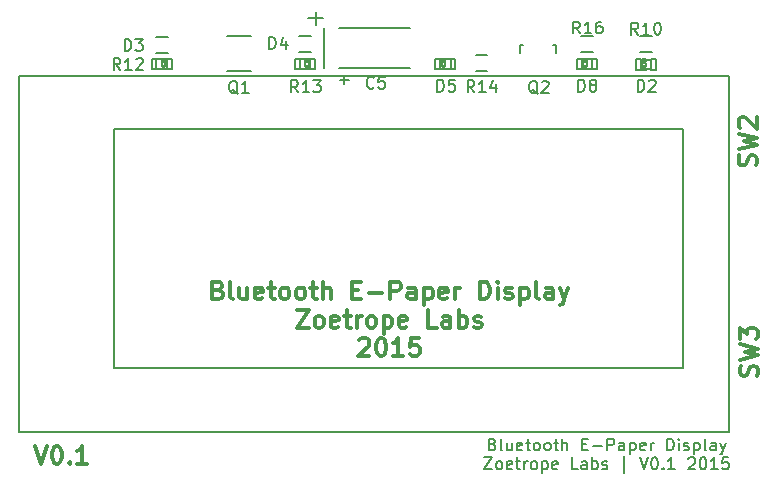
<source format=gto>
G04 #@! TF.FileFunction,Legend,Top*
%FSLAX46Y46*%
G04 Gerber Fmt 4.6, Leading zero omitted, Abs format (unit mm)*
G04 Created by KiCad (PCBNEW (2015-04-29 BZR 5630)-product) date Mon 29 Jun 2015 10:52:54 BST*
%MOMM*%
G01*
G04 APERTURE LIST*
%ADD10C,0.150000*%
%ADD11C,0.300000*%
%ADD12C,0.200000*%
%ADD13C,0.304800*%
G04 APERTURE END LIST*
D10*
D11*
X61265086Y-78324971D02*
X61765086Y-79824971D01*
X62265086Y-78324971D01*
X63050800Y-78324971D02*
X63193657Y-78324971D01*
X63336514Y-78396400D01*
X63407943Y-78467829D01*
X63479372Y-78610686D01*
X63550800Y-78896400D01*
X63550800Y-79253543D01*
X63479372Y-79539257D01*
X63407943Y-79682114D01*
X63336514Y-79753543D01*
X63193657Y-79824971D01*
X63050800Y-79824971D01*
X62907943Y-79753543D01*
X62836514Y-79682114D01*
X62765086Y-79539257D01*
X62693657Y-79253543D01*
X62693657Y-78896400D01*
X62765086Y-78610686D01*
X62836514Y-78467829D01*
X62907943Y-78396400D01*
X63050800Y-78324971D01*
X64193657Y-79682114D02*
X64265085Y-79753543D01*
X64193657Y-79824971D01*
X64122228Y-79753543D01*
X64193657Y-79682114D01*
X64193657Y-79824971D01*
X65693657Y-79824971D02*
X64836514Y-79824971D01*
X65265086Y-79824971D02*
X65265086Y-78324971D01*
X65122229Y-78539257D01*
X64979371Y-78682114D01*
X64836514Y-78753543D01*
D12*
X100010532Y-78160571D02*
X100153389Y-78208190D01*
X100201008Y-78255810D01*
X100248627Y-78351048D01*
X100248627Y-78493905D01*
X100201008Y-78589143D01*
X100153389Y-78636762D01*
X100058151Y-78684381D01*
X99677198Y-78684381D01*
X99677198Y-77684381D01*
X100010532Y-77684381D01*
X100105770Y-77732000D01*
X100153389Y-77779619D01*
X100201008Y-77874857D01*
X100201008Y-77970095D01*
X100153389Y-78065333D01*
X100105770Y-78112952D01*
X100010532Y-78160571D01*
X99677198Y-78160571D01*
X100820055Y-78684381D02*
X100724817Y-78636762D01*
X100677198Y-78541524D01*
X100677198Y-77684381D01*
X101629580Y-78017714D02*
X101629580Y-78684381D01*
X101201008Y-78017714D02*
X101201008Y-78541524D01*
X101248627Y-78636762D01*
X101343865Y-78684381D01*
X101486723Y-78684381D01*
X101581961Y-78636762D01*
X101629580Y-78589143D01*
X102486723Y-78636762D02*
X102391485Y-78684381D01*
X102201008Y-78684381D01*
X102105770Y-78636762D01*
X102058151Y-78541524D01*
X102058151Y-78160571D01*
X102105770Y-78065333D01*
X102201008Y-78017714D01*
X102391485Y-78017714D01*
X102486723Y-78065333D01*
X102534342Y-78160571D01*
X102534342Y-78255810D01*
X102058151Y-78351048D01*
X102820056Y-78017714D02*
X103201008Y-78017714D01*
X102962913Y-77684381D02*
X102962913Y-78541524D01*
X103010532Y-78636762D01*
X103105770Y-78684381D01*
X103201008Y-78684381D01*
X103677199Y-78684381D02*
X103581961Y-78636762D01*
X103534342Y-78589143D01*
X103486723Y-78493905D01*
X103486723Y-78208190D01*
X103534342Y-78112952D01*
X103581961Y-78065333D01*
X103677199Y-78017714D01*
X103820057Y-78017714D01*
X103915295Y-78065333D01*
X103962914Y-78112952D01*
X104010533Y-78208190D01*
X104010533Y-78493905D01*
X103962914Y-78589143D01*
X103915295Y-78636762D01*
X103820057Y-78684381D01*
X103677199Y-78684381D01*
X104581961Y-78684381D02*
X104486723Y-78636762D01*
X104439104Y-78589143D01*
X104391485Y-78493905D01*
X104391485Y-78208190D01*
X104439104Y-78112952D01*
X104486723Y-78065333D01*
X104581961Y-78017714D01*
X104724819Y-78017714D01*
X104820057Y-78065333D01*
X104867676Y-78112952D01*
X104915295Y-78208190D01*
X104915295Y-78493905D01*
X104867676Y-78589143D01*
X104820057Y-78636762D01*
X104724819Y-78684381D01*
X104581961Y-78684381D01*
X105201009Y-78017714D02*
X105581961Y-78017714D01*
X105343866Y-77684381D02*
X105343866Y-78541524D01*
X105391485Y-78636762D01*
X105486723Y-78684381D01*
X105581961Y-78684381D01*
X105915295Y-78684381D02*
X105915295Y-77684381D01*
X106343867Y-78684381D02*
X106343867Y-78160571D01*
X106296248Y-78065333D01*
X106201010Y-78017714D01*
X106058152Y-78017714D01*
X105962914Y-78065333D01*
X105915295Y-78112952D01*
X107581962Y-78160571D02*
X107915296Y-78160571D01*
X108058153Y-78684381D02*
X107581962Y-78684381D01*
X107581962Y-77684381D01*
X108058153Y-77684381D01*
X108486724Y-78303429D02*
X109248629Y-78303429D01*
X109724819Y-78684381D02*
X109724819Y-77684381D01*
X110105772Y-77684381D01*
X110201010Y-77732000D01*
X110248629Y-77779619D01*
X110296248Y-77874857D01*
X110296248Y-78017714D01*
X110248629Y-78112952D01*
X110201010Y-78160571D01*
X110105772Y-78208190D01*
X109724819Y-78208190D01*
X111153391Y-78684381D02*
X111153391Y-78160571D01*
X111105772Y-78065333D01*
X111010534Y-78017714D01*
X110820057Y-78017714D01*
X110724819Y-78065333D01*
X111153391Y-78636762D02*
X111058153Y-78684381D01*
X110820057Y-78684381D01*
X110724819Y-78636762D01*
X110677200Y-78541524D01*
X110677200Y-78446286D01*
X110724819Y-78351048D01*
X110820057Y-78303429D01*
X111058153Y-78303429D01*
X111153391Y-78255810D01*
X111629581Y-78017714D02*
X111629581Y-79017714D01*
X111629581Y-78065333D02*
X111724819Y-78017714D01*
X111915296Y-78017714D01*
X112010534Y-78065333D01*
X112058153Y-78112952D01*
X112105772Y-78208190D01*
X112105772Y-78493905D01*
X112058153Y-78589143D01*
X112010534Y-78636762D01*
X111915296Y-78684381D01*
X111724819Y-78684381D01*
X111629581Y-78636762D01*
X112915296Y-78636762D02*
X112820058Y-78684381D01*
X112629581Y-78684381D01*
X112534343Y-78636762D01*
X112486724Y-78541524D01*
X112486724Y-78160571D01*
X112534343Y-78065333D01*
X112629581Y-78017714D01*
X112820058Y-78017714D01*
X112915296Y-78065333D01*
X112962915Y-78160571D01*
X112962915Y-78255810D01*
X112486724Y-78351048D01*
X113391486Y-78684381D02*
X113391486Y-78017714D01*
X113391486Y-78208190D02*
X113439105Y-78112952D01*
X113486724Y-78065333D01*
X113581962Y-78017714D01*
X113677201Y-78017714D01*
X114772439Y-78684381D02*
X114772439Y-77684381D01*
X115010534Y-77684381D01*
X115153392Y-77732000D01*
X115248630Y-77827238D01*
X115296249Y-77922476D01*
X115343868Y-78112952D01*
X115343868Y-78255810D01*
X115296249Y-78446286D01*
X115248630Y-78541524D01*
X115153392Y-78636762D01*
X115010534Y-78684381D01*
X114772439Y-78684381D01*
X115772439Y-78684381D02*
X115772439Y-78017714D01*
X115772439Y-77684381D02*
X115724820Y-77732000D01*
X115772439Y-77779619D01*
X115820058Y-77732000D01*
X115772439Y-77684381D01*
X115772439Y-77779619D01*
X116201010Y-78636762D02*
X116296248Y-78684381D01*
X116486724Y-78684381D01*
X116581963Y-78636762D01*
X116629582Y-78541524D01*
X116629582Y-78493905D01*
X116581963Y-78398667D01*
X116486724Y-78351048D01*
X116343867Y-78351048D01*
X116248629Y-78303429D01*
X116201010Y-78208190D01*
X116201010Y-78160571D01*
X116248629Y-78065333D01*
X116343867Y-78017714D01*
X116486724Y-78017714D01*
X116581963Y-78065333D01*
X117058153Y-78017714D02*
X117058153Y-79017714D01*
X117058153Y-78065333D02*
X117153391Y-78017714D01*
X117343868Y-78017714D01*
X117439106Y-78065333D01*
X117486725Y-78112952D01*
X117534344Y-78208190D01*
X117534344Y-78493905D01*
X117486725Y-78589143D01*
X117439106Y-78636762D01*
X117343868Y-78684381D01*
X117153391Y-78684381D01*
X117058153Y-78636762D01*
X118105772Y-78684381D02*
X118010534Y-78636762D01*
X117962915Y-78541524D01*
X117962915Y-77684381D01*
X118915297Y-78684381D02*
X118915297Y-78160571D01*
X118867678Y-78065333D01*
X118772440Y-78017714D01*
X118581963Y-78017714D01*
X118486725Y-78065333D01*
X118915297Y-78636762D02*
X118820059Y-78684381D01*
X118581963Y-78684381D01*
X118486725Y-78636762D01*
X118439106Y-78541524D01*
X118439106Y-78446286D01*
X118486725Y-78351048D01*
X118581963Y-78303429D01*
X118820059Y-78303429D01*
X118915297Y-78255810D01*
X119296249Y-78017714D02*
X119534344Y-78684381D01*
X119772440Y-78017714D02*
X119534344Y-78684381D01*
X119439106Y-78922476D01*
X119391487Y-78970095D01*
X119296249Y-79017714D01*
X99296246Y-79284381D02*
X99962913Y-79284381D01*
X99296246Y-80284381D01*
X99962913Y-80284381D01*
X100486722Y-80284381D02*
X100391484Y-80236762D01*
X100343865Y-80189143D01*
X100296246Y-80093905D01*
X100296246Y-79808190D01*
X100343865Y-79712952D01*
X100391484Y-79665333D01*
X100486722Y-79617714D01*
X100629580Y-79617714D01*
X100724818Y-79665333D01*
X100772437Y-79712952D01*
X100820056Y-79808190D01*
X100820056Y-80093905D01*
X100772437Y-80189143D01*
X100724818Y-80236762D01*
X100629580Y-80284381D01*
X100486722Y-80284381D01*
X101629580Y-80236762D02*
X101534342Y-80284381D01*
X101343865Y-80284381D01*
X101248627Y-80236762D01*
X101201008Y-80141524D01*
X101201008Y-79760571D01*
X101248627Y-79665333D01*
X101343865Y-79617714D01*
X101534342Y-79617714D01*
X101629580Y-79665333D01*
X101677199Y-79760571D01*
X101677199Y-79855810D01*
X101201008Y-79951048D01*
X101962913Y-79617714D02*
X102343865Y-79617714D01*
X102105770Y-79284381D02*
X102105770Y-80141524D01*
X102153389Y-80236762D01*
X102248627Y-80284381D01*
X102343865Y-80284381D01*
X102677199Y-80284381D02*
X102677199Y-79617714D01*
X102677199Y-79808190D02*
X102724818Y-79712952D01*
X102772437Y-79665333D01*
X102867675Y-79617714D01*
X102962914Y-79617714D01*
X103439104Y-80284381D02*
X103343866Y-80236762D01*
X103296247Y-80189143D01*
X103248628Y-80093905D01*
X103248628Y-79808190D01*
X103296247Y-79712952D01*
X103343866Y-79665333D01*
X103439104Y-79617714D01*
X103581962Y-79617714D01*
X103677200Y-79665333D01*
X103724819Y-79712952D01*
X103772438Y-79808190D01*
X103772438Y-80093905D01*
X103724819Y-80189143D01*
X103677200Y-80236762D01*
X103581962Y-80284381D01*
X103439104Y-80284381D01*
X104201009Y-79617714D02*
X104201009Y-80617714D01*
X104201009Y-79665333D02*
X104296247Y-79617714D01*
X104486724Y-79617714D01*
X104581962Y-79665333D01*
X104629581Y-79712952D01*
X104677200Y-79808190D01*
X104677200Y-80093905D01*
X104629581Y-80189143D01*
X104581962Y-80236762D01*
X104486724Y-80284381D01*
X104296247Y-80284381D01*
X104201009Y-80236762D01*
X105486724Y-80236762D02*
X105391486Y-80284381D01*
X105201009Y-80284381D01*
X105105771Y-80236762D01*
X105058152Y-80141524D01*
X105058152Y-79760571D01*
X105105771Y-79665333D01*
X105201009Y-79617714D01*
X105391486Y-79617714D01*
X105486724Y-79665333D01*
X105534343Y-79760571D01*
X105534343Y-79855810D01*
X105058152Y-79951048D01*
X107201010Y-80284381D02*
X106724819Y-80284381D01*
X106724819Y-79284381D01*
X107962915Y-80284381D02*
X107962915Y-79760571D01*
X107915296Y-79665333D01*
X107820058Y-79617714D01*
X107629581Y-79617714D01*
X107534343Y-79665333D01*
X107962915Y-80236762D02*
X107867677Y-80284381D01*
X107629581Y-80284381D01*
X107534343Y-80236762D01*
X107486724Y-80141524D01*
X107486724Y-80046286D01*
X107534343Y-79951048D01*
X107629581Y-79903429D01*
X107867677Y-79903429D01*
X107962915Y-79855810D01*
X108439105Y-80284381D02*
X108439105Y-79284381D01*
X108439105Y-79665333D02*
X108534343Y-79617714D01*
X108724820Y-79617714D01*
X108820058Y-79665333D01*
X108867677Y-79712952D01*
X108915296Y-79808190D01*
X108915296Y-80093905D01*
X108867677Y-80189143D01*
X108820058Y-80236762D01*
X108724820Y-80284381D01*
X108534343Y-80284381D01*
X108439105Y-80236762D01*
X109296248Y-80236762D02*
X109391486Y-80284381D01*
X109581962Y-80284381D01*
X109677201Y-80236762D01*
X109724820Y-80141524D01*
X109724820Y-80093905D01*
X109677201Y-79998667D01*
X109581962Y-79951048D01*
X109439105Y-79951048D01*
X109343867Y-79903429D01*
X109296248Y-79808190D01*
X109296248Y-79760571D01*
X109343867Y-79665333D01*
X109439105Y-79617714D01*
X109581962Y-79617714D01*
X109677201Y-79665333D01*
X111153391Y-80617714D02*
X111153391Y-79189143D01*
X112486725Y-79284381D02*
X112820058Y-80284381D01*
X113153392Y-79284381D01*
X113677201Y-79284381D02*
X113772440Y-79284381D01*
X113867678Y-79332000D01*
X113915297Y-79379619D01*
X113962916Y-79474857D01*
X114010535Y-79665333D01*
X114010535Y-79903429D01*
X113962916Y-80093905D01*
X113915297Y-80189143D01*
X113867678Y-80236762D01*
X113772440Y-80284381D01*
X113677201Y-80284381D01*
X113581963Y-80236762D01*
X113534344Y-80189143D01*
X113486725Y-80093905D01*
X113439106Y-79903429D01*
X113439106Y-79665333D01*
X113486725Y-79474857D01*
X113534344Y-79379619D01*
X113581963Y-79332000D01*
X113677201Y-79284381D01*
X114439106Y-80189143D02*
X114486725Y-80236762D01*
X114439106Y-80284381D01*
X114391487Y-80236762D01*
X114439106Y-80189143D01*
X114439106Y-80284381D01*
X115439106Y-80284381D02*
X114867677Y-80284381D01*
X115153391Y-80284381D02*
X115153391Y-79284381D01*
X115058153Y-79427238D01*
X114962915Y-79522476D01*
X114867677Y-79570095D01*
X116581963Y-79379619D02*
X116629582Y-79332000D01*
X116724820Y-79284381D01*
X116962916Y-79284381D01*
X117058154Y-79332000D01*
X117105773Y-79379619D01*
X117153392Y-79474857D01*
X117153392Y-79570095D01*
X117105773Y-79712952D01*
X116534344Y-80284381D01*
X117153392Y-80284381D01*
X117772439Y-79284381D02*
X117867678Y-79284381D01*
X117962916Y-79332000D01*
X118010535Y-79379619D01*
X118058154Y-79474857D01*
X118105773Y-79665333D01*
X118105773Y-79903429D01*
X118058154Y-80093905D01*
X118010535Y-80189143D01*
X117962916Y-80236762D01*
X117867678Y-80284381D01*
X117772439Y-80284381D01*
X117677201Y-80236762D01*
X117629582Y-80189143D01*
X117581963Y-80093905D01*
X117534344Y-79903429D01*
X117534344Y-79665333D01*
X117581963Y-79474857D01*
X117629582Y-79379619D01*
X117677201Y-79332000D01*
X117772439Y-79284381D01*
X119058154Y-80284381D02*
X118486725Y-80284381D01*
X118772439Y-80284381D02*
X118772439Y-79284381D01*
X118677201Y-79427238D01*
X118581963Y-79522476D01*
X118486725Y-79570095D01*
X119962916Y-79284381D02*
X119486725Y-79284381D01*
X119439106Y-79760571D01*
X119486725Y-79712952D01*
X119581963Y-79665333D01*
X119820059Y-79665333D01*
X119915297Y-79712952D01*
X119962916Y-79760571D01*
X120010535Y-79855810D01*
X120010535Y-80093905D01*
X119962916Y-80189143D01*
X119915297Y-80236762D01*
X119820059Y-80284381D01*
X119581963Y-80284381D01*
X119486725Y-80236762D01*
X119439106Y-80189143D01*
D11*
X76787600Y-65107657D02*
X77001886Y-65179086D01*
X77073314Y-65250514D01*
X77144743Y-65393371D01*
X77144743Y-65607657D01*
X77073314Y-65750514D01*
X77001886Y-65821943D01*
X76859028Y-65893371D01*
X76287600Y-65893371D01*
X76287600Y-64393371D01*
X76787600Y-64393371D01*
X76930457Y-64464800D01*
X77001886Y-64536229D01*
X77073314Y-64679086D01*
X77073314Y-64821943D01*
X77001886Y-64964800D01*
X76930457Y-65036229D01*
X76787600Y-65107657D01*
X76287600Y-65107657D01*
X78001886Y-65893371D02*
X77859028Y-65821943D01*
X77787600Y-65679086D01*
X77787600Y-64393371D01*
X79216171Y-64893371D02*
X79216171Y-65893371D01*
X78573314Y-64893371D02*
X78573314Y-65679086D01*
X78644742Y-65821943D01*
X78787600Y-65893371D01*
X79001885Y-65893371D01*
X79144742Y-65821943D01*
X79216171Y-65750514D01*
X80501885Y-65821943D02*
X80359028Y-65893371D01*
X80073314Y-65893371D01*
X79930457Y-65821943D01*
X79859028Y-65679086D01*
X79859028Y-65107657D01*
X79930457Y-64964800D01*
X80073314Y-64893371D01*
X80359028Y-64893371D01*
X80501885Y-64964800D01*
X80573314Y-65107657D01*
X80573314Y-65250514D01*
X79859028Y-65393371D01*
X81001885Y-64893371D02*
X81573314Y-64893371D01*
X81216171Y-64393371D02*
X81216171Y-65679086D01*
X81287599Y-65821943D01*
X81430457Y-65893371D01*
X81573314Y-65893371D01*
X82287600Y-65893371D02*
X82144742Y-65821943D01*
X82073314Y-65750514D01*
X82001885Y-65607657D01*
X82001885Y-65179086D01*
X82073314Y-65036229D01*
X82144742Y-64964800D01*
X82287600Y-64893371D01*
X82501885Y-64893371D01*
X82644742Y-64964800D01*
X82716171Y-65036229D01*
X82787600Y-65179086D01*
X82787600Y-65607657D01*
X82716171Y-65750514D01*
X82644742Y-65821943D01*
X82501885Y-65893371D01*
X82287600Y-65893371D01*
X83644743Y-65893371D02*
X83501885Y-65821943D01*
X83430457Y-65750514D01*
X83359028Y-65607657D01*
X83359028Y-65179086D01*
X83430457Y-65036229D01*
X83501885Y-64964800D01*
X83644743Y-64893371D01*
X83859028Y-64893371D01*
X84001885Y-64964800D01*
X84073314Y-65036229D01*
X84144743Y-65179086D01*
X84144743Y-65607657D01*
X84073314Y-65750514D01*
X84001885Y-65821943D01*
X83859028Y-65893371D01*
X83644743Y-65893371D01*
X84573314Y-64893371D02*
X85144743Y-64893371D01*
X84787600Y-64393371D02*
X84787600Y-65679086D01*
X84859028Y-65821943D01*
X85001886Y-65893371D01*
X85144743Y-65893371D01*
X85644743Y-65893371D02*
X85644743Y-64393371D01*
X86287600Y-65893371D02*
X86287600Y-65107657D01*
X86216171Y-64964800D01*
X86073314Y-64893371D01*
X85859029Y-64893371D01*
X85716171Y-64964800D01*
X85644743Y-65036229D01*
X88144743Y-65107657D02*
X88644743Y-65107657D01*
X88859029Y-65893371D02*
X88144743Y-65893371D01*
X88144743Y-64393371D01*
X88859029Y-64393371D01*
X89501886Y-65321943D02*
X90644743Y-65321943D01*
X91359029Y-65893371D02*
X91359029Y-64393371D01*
X91930457Y-64393371D01*
X92073315Y-64464800D01*
X92144743Y-64536229D01*
X92216172Y-64679086D01*
X92216172Y-64893371D01*
X92144743Y-65036229D01*
X92073315Y-65107657D01*
X91930457Y-65179086D01*
X91359029Y-65179086D01*
X93501886Y-65893371D02*
X93501886Y-65107657D01*
X93430457Y-64964800D01*
X93287600Y-64893371D01*
X93001886Y-64893371D01*
X92859029Y-64964800D01*
X93501886Y-65821943D02*
X93359029Y-65893371D01*
X93001886Y-65893371D01*
X92859029Y-65821943D01*
X92787600Y-65679086D01*
X92787600Y-65536229D01*
X92859029Y-65393371D01*
X93001886Y-65321943D01*
X93359029Y-65321943D01*
X93501886Y-65250514D01*
X94216172Y-64893371D02*
X94216172Y-66393371D01*
X94216172Y-64964800D02*
X94359029Y-64893371D01*
X94644743Y-64893371D01*
X94787600Y-64964800D01*
X94859029Y-65036229D01*
X94930458Y-65179086D01*
X94930458Y-65607657D01*
X94859029Y-65750514D01*
X94787600Y-65821943D01*
X94644743Y-65893371D01*
X94359029Y-65893371D01*
X94216172Y-65821943D01*
X96144743Y-65821943D02*
X96001886Y-65893371D01*
X95716172Y-65893371D01*
X95573315Y-65821943D01*
X95501886Y-65679086D01*
X95501886Y-65107657D01*
X95573315Y-64964800D01*
X95716172Y-64893371D01*
X96001886Y-64893371D01*
X96144743Y-64964800D01*
X96216172Y-65107657D01*
X96216172Y-65250514D01*
X95501886Y-65393371D01*
X96859029Y-65893371D02*
X96859029Y-64893371D01*
X96859029Y-65179086D02*
X96930457Y-65036229D01*
X97001886Y-64964800D01*
X97144743Y-64893371D01*
X97287600Y-64893371D01*
X98930457Y-65893371D02*
X98930457Y-64393371D01*
X99287600Y-64393371D01*
X99501885Y-64464800D01*
X99644743Y-64607657D01*
X99716171Y-64750514D01*
X99787600Y-65036229D01*
X99787600Y-65250514D01*
X99716171Y-65536229D01*
X99644743Y-65679086D01*
X99501885Y-65821943D01*
X99287600Y-65893371D01*
X98930457Y-65893371D01*
X100430457Y-65893371D02*
X100430457Y-64893371D01*
X100430457Y-64393371D02*
X100359028Y-64464800D01*
X100430457Y-64536229D01*
X100501885Y-64464800D01*
X100430457Y-64393371D01*
X100430457Y-64536229D01*
X101073314Y-65821943D02*
X101216171Y-65893371D01*
X101501886Y-65893371D01*
X101644743Y-65821943D01*
X101716171Y-65679086D01*
X101716171Y-65607657D01*
X101644743Y-65464800D01*
X101501886Y-65393371D01*
X101287600Y-65393371D01*
X101144743Y-65321943D01*
X101073314Y-65179086D01*
X101073314Y-65107657D01*
X101144743Y-64964800D01*
X101287600Y-64893371D01*
X101501886Y-64893371D01*
X101644743Y-64964800D01*
X102359029Y-64893371D02*
X102359029Y-66393371D01*
X102359029Y-64964800D02*
X102501886Y-64893371D01*
X102787600Y-64893371D01*
X102930457Y-64964800D01*
X103001886Y-65036229D01*
X103073315Y-65179086D01*
X103073315Y-65607657D01*
X103001886Y-65750514D01*
X102930457Y-65821943D01*
X102787600Y-65893371D01*
X102501886Y-65893371D01*
X102359029Y-65821943D01*
X103930458Y-65893371D02*
X103787600Y-65821943D01*
X103716172Y-65679086D01*
X103716172Y-64393371D01*
X105144743Y-65893371D02*
X105144743Y-65107657D01*
X105073314Y-64964800D01*
X104930457Y-64893371D01*
X104644743Y-64893371D01*
X104501886Y-64964800D01*
X105144743Y-65821943D02*
X105001886Y-65893371D01*
X104644743Y-65893371D01*
X104501886Y-65821943D01*
X104430457Y-65679086D01*
X104430457Y-65536229D01*
X104501886Y-65393371D01*
X104644743Y-65321943D01*
X105001886Y-65321943D01*
X105144743Y-65250514D01*
X105716172Y-64893371D02*
X106073315Y-65893371D01*
X106430457Y-64893371D02*
X106073315Y-65893371D01*
X105930457Y-66250514D01*
X105859029Y-66321943D01*
X105716172Y-66393371D01*
X83430458Y-66793371D02*
X84430458Y-66793371D01*
X83430458Y-68293371D01*
X84430458Y-68293371D01*
X85216172Y-68293371D02*
X85073314Y-68221943D01*
X85001886Y-68150514D01*
X84930457Y-68007657D01*
X84930457Y-67579086D01*
X85001886Y-67436229D01*
X85073314Y-67364800D01*
X85216172Y-67293371D01*
X85430457Y-67293371D01*
X85573314Y-67364800D01*
X85644743Y-67436229D01*
X85716172Y-67579086D01*
X85716172Y-68007657D01*
X85644743Y-68150514D01*
X85573314Y-68221943D01*
X85430457Y-68293371D01*
X85216172Y-68293371D01*
X86930457Y-68221943D02*
X86787600Y-68293371D01*
X86501886Y-68293371D01*
X86359029Y-68221943D01*
X86287600Y-68079086D01*
X86287600Y-67507657D01*
X86359029Y-67364800D01*
X86501886Y-67293371D01*
X86787600Y-67293371D01*
X86930457Y-67364800D01*
X87001886Y-67507657D01*
X87001886Y-67650514D01*
X86287600Y-67793371D01*
X87430457Y-67293371D02*
X88001886Y-67293371D01*
X87644743Y-66793371D02*
X87644743Y-68079086D01*
X87716171Y-68221943D01*
X87859029Y-68293371D01*
X88001886Y-68293371D01*
X88501886Y-68293371D02*
X88501886Y-67293371D01*
X88501886Y-67579086D02*
X88573314Y-67436229D01*
X88644743Y-67364800D01*
X88787600Y-67293371D01*
X88930457Y-67293371D01*
X89644743Y-68293371D02*
X89501885Y-68221943D01*
X89430457Y-68150514D01*
X89359028Y-68007657D01*
X89359028Y-67579086D01*
X89430457Y-67436229D01*
X89501885Y-67364800D01*
X89644743Y-67293371D01*
X89859028Y-67293371D01*
X90001885Y-67364800D01*
X90073314Y-67436229D01*
X90144743Y-67579086D01*
X90144743Y-68007657D01*
X90073314Y-68150514D01*
X90001885Y-68221943D01*
X89859028Y-68293371D01*
X89644743Y-68293371D01*
X90787600Y-67293371D02*
X90787600Y-68793371D01*
X90787600Y-67364800D02*
X90930457Y-67293371D01*
X91216171Y-67293371D01*
X91359028Y-67364800D01*
X91430457Y-67436229D01*
X91501886Y-67579086D01*
X91501886Y-68007657D01*
X91430457Y-68150514D01*
X91359028Y-68221943D01*
X91216171Y-68293371D01*
X90930457Y-68293371D01*
X90787600Y-68221943D01*
X92716171Y-68221943D02*
X92573314Y-68293371D01*
X92287600Y-68293371D01*
X92144743Y-68221943D01*
X92073314Y-68079086D01*
X92073314Y-67507657D01*
X92144743Y-67364800D01*
X92287600Y-67293371D01*
X92573314Y-67293371D01*
X92716171Y-67364800D01*
X92787600Y-67507657D01*
X92787600Y-67650514D01*
X92073314Y-67793371D01*
X95287600Y-68293371D02*
X94573314Y-68293371D01*
X94573314Y-66793371D01*
X96430457Y-68293371D02*
X96430457Y-67507657D01*
X96359028Y-67364800D01*
X96216171Y-67293371D01*
X95930457Y-67293371D01*
X95787600Y-67364800D01*
X96430457Y-68221943D02*
X96287600Y-68293371D01*
X95930457Y-68293371D01*
X95787600Y-68221943D01*
X95716171Y-68079086D01*
X95716171Y-67936229D01*
X95787600Y-67793371D01*
X95930457Y-67721943D01*
X96287600Y-67721943D01*
X96430457Y-67650514D01*
X97144743Y-68293371D02*
X97144743Y-66793371D01*
X97144743Y-67364800D02*
X97287600Y-67293371D01*
X97573314Y-67293371D01*
X97716171Y-67364800D01*
X97787600Y-67436229D01*
X97859029Y-67579086D01*
X97859029Y-68007657D01*
X97787600Y-68150514D01*
X97716171Y-68221943D01*
X97573314Y-68293371D01*
X97287600Y-68293371D01*
X97144743Y-68221943D01*
X98430457Y-68221943D02*
X98573314Y-68293371D01*
X98859029Y-68293371D01*
X99001886Y-68221943D01*
X99073314Y-68079086D01*
X99073314Y-68007657D01*
X99001886Y-67864800D01*
X98859029Y-67793371D01*
X98644743Y-67793371D01*
X98501886Y-67721943D01*
X98430457Y-67579086D01*
X98430457Y-67507657D01*
X98501886Y-67364800D01*
X98644743Y-67293371D01*
X98859029Y-67293371D01*
X99001886Y-67364800D01*
X88716172Y-69336229D02*
X88787601Y-69264800D01*
X88930458Y-69193371D01*
X89287601Y-69193371D01*
X89430458Y-69264800D01*
X89501887Y-69336229D01*
X89573315Y-69479086D01*
X89573315Y-69621943D01*
X89501887Y-69836229D01*
X88644744Y-70693371D01*
X89573315Y-70693371D01*
X90501886Y-69193371D02*
X90644743Y-69193371D01*
X90787600Y-69264800D01*
X90859029Y-69336229D01*
X90930458Y-69479086D01*
X91001886Y-69764800D01*
X91001886Y-70121943D01*
X90930458Y-70407657D01*
X90859029Y-70550514D01*
X90787600Y-70621943D01*
X90644743Y-70693371D01*
X90501886Y-70693371D01*
X90359029Y-70621943D01*
X90287600Y-70550514D01*
X90216172Y-70407657D01*
X90144743Y-70121943D01*
X90144743Y-69764800D01*
X90216172Y-69479086D01*
X90287600Y-69336229D01*
X90359029Y-69264800D01*
X90501886Y-69193371D01*
X92430457Y-70693371D02*
X91573314Y-70693371D01*
X92001886Y-70693371D02*
X92001886Y-69193371D01*
X91859029Y-69407657D01*
X91716171Y-69550514D01*
X91573314Y-69621943D01*
X93787600Y-69193371D02*
X93073314Y-69193371D01*
X93001885Y-69907657D01*
X93073314Y-69836229D01*
X93216171Y-69764800D01*
X93573314Y-69764800D01*
X93716171Y-69836229D01*
X93787600Y-69907657D01*
X93859028Y-70050514D01*
X93859028Y-70407657D01*
X93787600Y-70550514D01*
X93716171Y-70621943D01*
X93573314Y-70693371D01*
X93216171Y-70693371D01*
X93073314Y-70621943D01*
X93001885Y-70550514D01*
D10*
X116128800Y-51511200D02*
X67970400Y-51511200D01*
X116128800Y-71678800D02*
X116128800Y-51511200D01*
X67970400Y-71678800D02*
X116128800Y-71678800D01*
X67970400Y-51511200D02*
X67970400Y-71678800D01*
X59944000Y-77165200D02*
X59944000Y-46990000D01*
X119989600Y-77165200D02*
X59944000Y-77165200D01*
X119989600Y-46990000D02*
X119989600Y-77165200D01*
X59944000Y-46990000D02*
X119989600Y-46990000D01*
X85717380Y-42903140D02*
X85717380Y-46301660D01*
X93017340Y-46301660D02*
X87017860Y-46301660D01*
X93017340Y-42903140D02*
X87017860Y-42903140D01*
X85016340Y-41549320D02*
X85016340Y-42649140D01*
X84416900Y-42049700D02*
X85615780Y-42049700D01*
X112529620Y-46474380D02*
X112529620Y-45575220D01*
X112529620Y-45575220D02*
X112130840Y-45575220D01*
X112130840Y-46474380D02*
X112130840Y-45575220D01*
X112529620Y-46474380D02*
X112130840Y-46474380D01*
X113827560Y-46474380D02*
X113827560Y-45575220D01*
X113827560Y-45575220D02*
X113428780Y-45575220D01*
X113428780Y-46474380D02*
X113428780Y-45575220D01*
X113827560Y-46474380D02*
X113428780Y-46474380D01*
X112979200Y-46474380D02*
X112979200Y-46324520D01*
X112979200Y-46324520D02*
X112679480Y-46324520D01*
X112679480Y-46474380D02*
X112679480Y-46324520D01*
X112979200Y-46474380D02*
X112679480Y-46474380D01*
X112979200Y-45725080D02*
X112979200Y-45575220D01*
X112979200Y-45575220D02*
X112679480Y-45575220D01*
X112679480Y-45725080D02*
X112679480Y-45575220D01*
X112979200Y-45725080D02*
X112679480Y-45725080D01*
X112979200Y-46174660D02*
X112979200Y-45874940D01*
X112979200Y-45874940D02*
X112679480Y-45874940D01*
X112679480Y-46174660D02*
X112679480Y-45874940D01*
X112979200Y-46174660D02*
X112679480Y-46174660D01*
X112529620Y-46423580D02*
X113428780Y-46423580D01*
X112529620Y-45626020D02*
X113428780Y-45626020D01*
X72433180Y-45524420D02*
X72433180Y-46423580D01*
X72433180Y-46423580D02*
X72831960Y-46423580D01*
X72831960Y-45524420D02*
X72831960Y-46423580D01*
X72433180Y-45524420D02*
X72831960Y-45524420D01*
X71135240Y-45524420D02*
X71135240Y-46423580D01*
X71135240Y-46423580D02*
X71534020Y-46423580D01*
X71534020Y-45524420D02*
X71534020Y-46423580D01*
X71135240Y-45524420D02*
X71534020Y-45524420D01*
X71983600Y-45524420D02*
X71983600Y-45674280D01*
X71983600Y-45674280D02*
X72283320Y-45674280D01*
X72283320Y-45524420D02*
X72283320Y-45674280D01*
X71983600Y-45524420D02*
X72283320Y-45524420D01*
X71983600Y-46273720D02*
X71983600Y-46423580D01*
X71983600Y-46423580D02*
X72283320Y-46423580D01*
X72283320Y-46273720D02*
X72283320Y-46423580D01*
X71983600Y-46273720D02*
X72283320Y-46273720D01*
X71983600Y-45824140D02*
X71983600Y-46123860D01*
X71983600Y-46123860D02*
X72283320Y-46123860D01*
X72283320Y-45824140D02*
X72283320Y-46123860D01*
X71983600Y-45824140D02*
X72283320Y-45824140D01*
X72433180Y-45575220D02*
X71534020Y-45575220D01*
X72433180Y-46372780D02*
X71534020Y-46372780D01*
X84574380Y-45524420D02*
X84574380Y-46423580D01*
X84574380Y-46423580D02*
X84973160Y-46423580D01*
X84973160Y-45524420D02*
X84973160Y-46423580D01*
X84574380Y-45524420D02*
X84973160Y-45524420D01*
X83276440Y-45524420D02*
X83276440Y-46423580D01*
X83276440Y-46423580D02*
X83675220Y-46423580D01*
X83675220Y-45524420D02*
X83675220Y-46423580D01*
X83276440Y-45524420D02*
X83675220Y-45524420D01*
X84124800Y-45524420D02*
X84124800Y-45674280D01*
X84124800Y-45674280D02*
X84424520Y-45674280D01*
X84424520Y-45524420D02*
X84424520Y-45674280D01*
X84124800Y-45524420D02*
X84424520Y-45524420D01*
X84124800Y-46273720D02*
X84124800Y-46423580D01*
X84124800Y-46423580D02*
X84424520Y-46423580D01*
X84424520Y-46273720D02*
X84424520Y-46423580D01*
X84124800Y-46273720D02*
X84424520Y-46273720D01*
X84124800Y-45824140D02*
X84124800Y-46123860D01*
X84124800Y-46123860D02*
X84424520Y-46123860D01*
X84424520Y-45824140D02*
X84424520Y-46123860D01*
X84124800Y-45824140D02*
X84424520Y-45824140D01*
X84574380Y-45575220D02*
X83675220Y-45575220D01*
X84574380Y-46372780D02*
X83675220Y-46372780D01*
X95562420Y-46423580D02*
X95562420Y-45524420D01*
X95562420Y-45524420D02*
X95163640Y-45524420D01*
X95163640Y-46423580D02*
X95163640Y-45524420D01*
X95562420Y-46423580D02*
X95163640Y-46423580D01*
X96860360Y-46423580D02*
X96860360Y-45524420D01*
X96860360Y-45524420D02*
X96461580Y-45524420D01*
X96461580Y-46423580D02*
X96461580Y-45524420D01*
X96860360Y-46423580D02*
X96461580Y-46423580D01*
X96012000Y-46423580D02*
X96012000Y-46273720D01*
X96012000Y-46273720D02*
X95712280Y-46273720D01*
X95712280Y-46423580D02*
X95712280Y-46273720D01*
X96012000Y-46423580D02*
X95712280Y-46423580D01*
X96012000Y-45674280D02*
X96012000Y-45524420D01*
X96012000Y-45524420D02*
X95712280Y-45524420D01*
X95712280Y-45674280D02*
X95712280Y-45524420D01*
X96012000Y-45674280D02*
X95712280Y-45674280D01*
X96012000Y-46123860D02*
X96012000Y-45824140D01*
X96012000Y-45824140D02*
X95712280Y-45824140D01*
X95712280Y-46123860D02*
X95712280Y-45824140D01*
X96012000Y-46123860D02*
X95712280Y-46123860D01*
X95562420Y-46372780D02*
X96461580Y-46372780D01*
X95562420Y-45575220D02*
X96461580Y-45575220D01*
X112479200Y-43622600D02*
X113479200Y-43622600D01*
X113479200Y-44972600D02*
X112479200Y-44972600D01*
X71483600Y-43673400D02*
X72483600Y-43673400D01*
X72483600Y-45023400D02*
X71483600Y-45023400D01*
X83624800Y-43622600D02*
X84624800Y-43622600D01*
X84624800Y-44972600D02*
X83624800Y-44972600D01*
X98560000Y-45248200D02*
X99560000Y-45248200D01*
X99560000Y-46598200D02*
X98560000Y-46598200D01*
X107551220Y-46423580D02*
X107551220Y-45524420D01*
X107551220Y-45524420D02*
X107152440Y-45524420D01*
X107152440Y-46423580D02*
X107152440Y-45524420D01*
X107551220Y-46423580D02*
X107152440Y-46423580D01*
X108849160Y-46423580D02*
X108849160Y-45524420D01*
X108849160Y-45524420D02*
X108450380Y-45524420D01*
X108450380Y-46423580D02*
X108450380Y-45524420D01*
X108849160Y-46423580D02*
X108450380Y-46423580D01*
X108000800Y-46423580D02*
X108000800Y-46273720D01*
X108000800Y-46273720D02*
X107701080Y-46273720D01*
X107701080Y-46423580D02*
X107701080Y-46273720D01*
X108000800Y-46423580D02*
X107701080Y-46423580D01*
X108000800Y-45674280D02*
X108000800Y-45524420D01*
X108000800Y-45524420D02*
X107701080Y-45524420D01*
X107701080Y-45674280D02*
X107701080Y-45524420D01*
X108000800Y-45674280D02*
X107701080Y-45674280D01*
X108000800Y-46123860D02*
X108000800Y-45824140D01*
X108000800Y-45824140D02*
X107701080Y-45824140D01*
X107701080Y-46123860D02*
X107701080Y-45824140D01*
X108000800Y-46123860D02*
X107701080Y-46123860D01*
X107551220Y-46372780D02*
X108450380Y-46372780D01*
X107551220Y-45575220D02*
X108450380Y-45575220D01*
X79536800Y-46585400D02*
X77536800Y-46585400D01*
X77536800Y-43635400D02*
X79536800Y-43635400D01*
X105134360Y-44358560D02*
X105086100Y-44358560D01*
X102335380Y-45059600D02*
X102335380Y-44358560D01*
X102335380Y-44358560D02*
X102584300Y-44358560D01*
X105134360Y-44358560D02*
X105335020Y-44358560D01*
X105335020Y-44358560D02*
X105335020Y-45059600D01*
X108500800Y-44972600D02*
X107500800Y-44972600D01*
X107500800Y-43622600D02*
X108500800Y-43622600D01*
X89952534Y-47956743D02*
X89904915Y-48004362D01*
X89762058Y-48051981D01*
X89666820Y-48051981D01*
X89523962Y-48004362D01*
X89428724Y-47909124D01*
X89381105Y-47813886D01*
X89333486Y-47623410D01*
X89333486Y-47480552D01*
X89381105Y-47290076D01*
X89428724Y-47194838D01*
X89523962Y-47099600D01*
X89666820Y-47051981D01*
X89762058Y-47051981D01*
X89904915Y-47099600D01*
X89952534Y-47147219D01*
X90857296Y-47051981D02*
X90381105Y-47051981D01*
X90333486Y-47528171D01*
X90381105Y-47480552D01*
X90476343Y-47432933D01*
X90714439Y-47432933D01*
X90809677Y-47480552D01*
X90857296Y-47528171D01*
X90904915Y-47623410D01*
X90904915Y-47861505D01*
X90857296Y-47956743D01*
X90809677Y-48004362D01*
X90714439Y-48051981D01*
X90476343Y-48051981D01*
X90381105Y-48004362D01*
X90333486Y-47956743D01*
X87045848Y-47315429D02*
X87807753Y-47315429D01*
X87426801Y-47696381D02*
X87426801Y-46934476D01*
X112291905Y-48305981D02*
X112291905Y-47305981D01*
X112530000Y-47305981D01*
X112672858Y-47353600D01*
X112768096Y-47448838D01*
X112815715Y-47544076D01*
X112863334Y-47734552D01*
X112863334Y-47877410D01*
X112815715Y-48067886D01*
X112768096Y-48163124D01*
X112672858Y-48258362D01*
X112530000Y-48305981D01*
X112291905Y-48305981D01*
X113244286Y-47401219D02*
X113291905Y-47353600D01*
X113387143Y-47305981D01*
X113625239Y-47305981D01*
X113720477Y-47353600D01*
X113768096Y-47401219D01*
X113815715Y-47496457D01*
X113815715Y-47591695D01*
X113768096Y-47734552D01*
X113196667Y-48305981D01*
X113815715Y-48305981D01*
X68857905Y-44851581D02*
X68857905Y-43851581D01*
X69096000Y-43851581D01*
X69238858Y-43899200D01*
X69334096Y-43994438D01*
X69381715Y-44089676D01*
X69429334Y-44280152D01*
X69429334Y-44423010D01*
X69381715Y-44613486D01*
X69334096Y-44708724D01*
X69238858Y-44803962D01*
X69096000Y-44851581D01*
X68857905Y-44851581D01*
X69762667Y-43851581D02*
X70381715Y-43851581D01*
X70048381Y-44232533D01*
X70191239Y-44232533D01*
X70286477Y-44280152D01*
X70334096Y-44327771D01*
X70381715Y-44423010D01*
X70381715Y-44661105D01*
X70334096Y-44756343D01*
X70286477Y-44803962D01*
X70191239Y-44851581D01*
X69905524Y-44851581D01*
X69810286Y-44803962D01*
X69762667Y-44756343D01*
X81100705Y-44699181D02*
X81100705Y-43699181D01*
X81338800Y-43699181D01*
X81481658Y-43746800D01*
X81576896Y-43842038D01*
X81624515Y-43937276D01*
X81672134Y-44127752D01*
X81672134Y-44270610D01*
X81624515Y-44461086D01*
X81576896Y-44556324D01*
X81481658Y-44651562D01*
X81338800Y-44699181D01*
X81100705Y-44699181D01*
X82529277Y-44032514D02*
X82529277Y-44699181D01*
X82291181Y-43651562D02*
X82053086Y-44365848D01*
X82672134Y-44365848D01*
X95324705Y-48305981D02*
X95324705Y-47305981D01*
X95562800Y-47305981D01*
X95705658Y-47353600D01*
X95800896Y-47448838D01*
X95848515Y-47544076D01*
X95896134Y-47734552D01*
X95896134Y-47877410D01*
X95848515Y-48067886D01*
X95800896Y-48163124D01*
X95705658Y-48258362D01*
X95562800Y-48305981D01*
X95324705Y-48305981D01*
X96800896Y-47305981D02*
X96324705Y-47305981D01*
X96277086Y-47782171D01*
X96324705Y-47734552D01*
X96419943Y-47686933D01*
X96658039Y-47686933D01*
X96753277Y-47734552D01*
X96800896Y-47782171D01*
X96848515Y-47877410D01*
X96848515Y-48115505D01*
X96800896Y-48210743D01*
X96753277Y-48258362D01*
X96658039Y-48305981D01*
X96419943Y-48305981D01*
X96324705Y-48258362D01*
X96277086Y-48210743D01*
X112336343Y-43479981D02*
X112003009Y-43003790D01*
X111764914Y-43479981D02*
X111764914Y-42479981D01*
X112145867Y-42479981D01*
X112241105Y-42527600D01*
X112288724Y-42575219D01*
X112336343Y-42670457D01*
X112336343Y-42813314D01*
X112288724Y-42908552D01*
X112241105Y-42956171D01*
X112145867Y-43003790D01*
X111764914Y-43003790D01*
X113288724Y-43479981D02*
X112717295Y-43479981D01*
X113003009Y-43479981D02*
X113003009Y-42479981D01*
X112907771Y-42622838D01*
X112812533Y-42718076D01*
X112717295Y-42765695D01*
X113907771Y-42479981D02*
X114003010Y-42479981D01*
X114098248Y-42527600D01*
X114145867Y-42575219D01*
X114193486Y-42670457D01*
X114241105Y-42860933D01*
X114241105Y-43099029D01*
X114193486Y-43289505D01*
X114145867Y-43384743D01*
X114098248Y-43432362D01*
X114003010Y-43479981D01*
X113907771Y-43479981D01*
X113812533Y-43432362D01*
X113764914Y-43384743D01*
X113717295Y-43289505D01*
X113669676Y-43099029D01*
X113669676Y-42860933D01*
X113717295Y-42670457D01*
X113764914Y-42575219D01*
X113812533Y-42527600D01*
X113907771Y-42479981D01*
X68495943Y-46477181D02*
X68162609Y-46000990D01*
X67924514Y-46477181D02*
X67924514Y-45477181D01*
X68305467Y-45477181D01*
X68400705Y-45524800D01*
X68448324Y-45572419D01*
X68495943Y-45667657D01*
X68495943Y-45810514D01*
X68448324Y-45905752D01*
X68400705Y-45953371D01*
X68305467Y-46000990D01*
X67924514Y-46000990D01*
X69448324Y-46477181D02*
X68876895Y-46477181D01*
X69162609Y-46477181D02*
X69162609Y-45477181D01*
X69067371Y-45620038D01*
X68972133Y-45715276D01*
X68876895Y-45762895D01*
X69829276Y-45572419D02*
X69876895Y-45524800D01*
X69972133Y-45477181D01*
X70210229Y-45477181D01*
X70305467Y-45524800D01*
X70353086Y-45572419D01*
X70400705Y-45667657D01*
X70400705Y-45762895D01*
X70353086Y-45905752D01*
X69781657Y-46477181D01*
X70400705Y-46477181D01*
X83532743Y-48356781D02*
X83199409Y-47880590D01*
X82961314Y-48356781D02*
X82961314Y-47356781D01*
X83342267Y-47356781D01*
X83437505Y-47404400D01*
X83485124Y-47452019D01*
X83532743Y-47547257D01*
X83532743Y-47690114D01*
X83485124Y-47785352D01*
X83437505Y-47832971D01*
X83342267Y-47880590D01*
X82961314Y-47880590D01*
X84485124Y-48356781D02*
X83913695Y-48356781D01*
X84199409Y-48356781D02*
X84199409Y-47356781D01*
X84104171Y-47499638D01*
X84008933Y-47594876D01*
X83913695Y-47642495D01*
X84818457Y-47356781D02*
X85437505Y-47356781D01*
X85104171Y-47737733D01*
X85247029Y-47737733D01*
X85342267Y-47785352D01*
X85389886Y-47832971D01*
X85437505Y-47928210D01*
X85437505Y-48166305D01*
X85389886Y-48261543D01*
X85342267Y-48309162D01*
X85247029Y-48356781D01*
X84961314Y-48356781D01*
X84866076Y-48309162D01*
X84818457Y-48261543D01*
X98467943Y-48356781D02*
X98134609Y-47880590D01*
X97896514Y-48356781D02*
X97896514Y-47356781D01*
X98277467Y-47356781D01*
X98372705Y-47404400D01*
X98420324Y-47452019D01*
X98467943Y-47547257D01*
X98467943Y-47690114D01*
X98420324Y-47785352D01*
X98372705Y-47832971D01*
X98277467Y-47880590D01*
X97896514Y-47880590D01*
X99420324Y-48356781D02*
X98848895Y-48356781D01*
X99134609Y-48356781D02*
X99134609Y-47356781D01*
X99039371Y-47499638D01*
X98944133Y-47594876D01*
X98848895Y-47642495D01*
X100277467Y-47690114D02*
X100277467Y-48356781D01*
X100039371Y-47309162D02*
X99801276Y-48023448D01*
X100420324Y-48023448D01*
X107262705Y-48305981D02*
X107262705Y-47305981D01*
X107500800Y-47305981D01*
X107643658Y-47353600D01*
X107738896Y-47448838D01*
X107786515Y-47544076D01*
X107834134Y-47734552D01*
X107834134Y-47877410D01*
X107786515Y-48067886D01*
X107738896Y-48163124D01*
X107643658Y-48258362D01*
X107500800Y-48305981D01*
X107262705Y-48305981D01*
X108405562Y-47734552D02*
X108310324Y-47686933D01*
X108262705Y-47639314D01*
X108215086Y-47544076D01*
X108215086Y-47496457D01*
X108262705Y-47401219D01*
X108310324Y-47353600D01*
X108405562Y-47305981D01*
X108596039Y-47305981D01*
X108691277Y-47353600D01*
X108738896Y-47401219D01*
X108786515Y-47496457D01*
X108786515Y-47544076D01*
X108738896Y-47639314D01*
X108691277Y-47686933D01*
X108596039Y-47734552D01*
X108405562Y-47734552D01*
X108310324Y-47782171D01*
X108262705Y-47829790D01*
X108215086Y-47925029D01*
X108215086Y-48115505D01*
X108262705Y-48210743D01*
X108310324Y-48258362D01*
X108405562Y-48305981D01*
X108596039Y-48305981D01*
X108691277Y-48258362D01*
X108738896Y-48210743D01*
X108786515Y-48115505D01*
X108786515Y-47925029D01*
X108738896Y-47829790D01*
X108691277Y-47782171D01*
X108596039Y-47734552D01*
X78441562Y-48502819D02*
X78346324Y-48455200D01*
X78251086Y-48359962D01*
X78108229Y-48217105D01*
X78012990Y-48169486D01*
X77917752Y-48169486D01*
X77965371Y-48407581D02*
X77870133Y-48359962D01*
X77774895Y-48264724D01*
X77727276Y-48074248D01*
X77727276Y-47740914D01*
X77774895Y-47550438D01*
X77870133Y-47455200D01*
X77965371Y-47407581D01*
X78155848Y-47407581D01*
X78251086Y-47455200D01*
X78346324Y-47550438D01*
X78393943Y-47740914D01*
X78393943Y-48074248D01*
X78346324Y-48264724D01*
X78251086Y-48359962D01*
X78155848Y-48407581D01*
X77965371Y-48407581D01*
X79346324Y-48407581D02*
X78774895Y-48407581D01*
X79060609Y-48407581D02*
X79060609Y-47407581D01*
X78965371Y-47550438D01*
X78870133Y-47645676D01*
X78774895Y-47693295D01*
X103841562Y-48502819D02*
X103746324Y-48455200D01*
X103651086Y-48359962D01*
X103508229Y-48217105D01*
X103412990Y-48169486D01*
X103317752Y-48169486D01*
X103365371Y-48407581D02*
X103270133Y-48359962D01*
X103174895Y-48264724D01*
X103127276Y-48074248D01*
X103127276Y-47740914D01*
X103174895Y-47550438D01*
X103270133Y-47455200D01*
X103365371Y-47407581D01*
X103555848Y-47407581D01*
X103651086Y-47455200D01*
X103746324Y-47550438D01*
X103793943Y-47740914D01*
X103793943Y-48074248D01*
X103746324Y-48264724D01*
X103651086Y-48359962D01*
X103555848Y-48407581D01*
X103365371Y-48407581D01*
X104174895Y-47502819D02*
X104222514Y-47455200D01*
X104317752Y-47407581D01*
X104555848Y-47407581D01*
X104651086Y-47455200D01*
X104698705Y-47502819D01*
X104746324Y-47598057D01*
X104746324Y-47693295D01*
X104698705Y-47836152D01*
X104127276Y-48407581D01*
X104746324Y-48407581D01*
X107408743Y-43378381D02*
X107075409Y-42902190D01*
X106837314Y-43378381D02*
X106837314Y-42378381D01*
X107218267Y-42378381D01*
X107313505Y-42426000D01*
X107361124Y-42473619D01*
X107408743Y-42568857D01*
X107408743Y-42711714D01*
X107361124Y-42806952D01*
X107313505Y-42854571D01*
X107218267Y-42902190D01*
X106837314Y-42902190D01*
X108361124Y-43378381D02*
X107789695Y-43378381D01*
X108075409Y-43378381D02*
X108075409Y-42378381D01*
X107980171Y-42521238D01*
X107884933Y-42616476D01*
X107789695Y-42664095D01*
X109218267Y-42378381D02*
X109027790Y-42378381D01*
X108932552Y-42426000D01*
X108884933Y-42473619D01*
X108789695Y-42616476D01*
X108742076Y-42806952D01*
X108742076Y-43187905D01*
X108789695Y-43283143D01*
X108837314Y-43330762D01*
X108932552Y-43378381D01*
X109123029Y-43378381D01*
X109218267Y-43330762D01*
X109265886Y-43283143D01*
X109313505Y-43187905D01*
X109313505Y-42949810D01*
X109265886Y-42854571D01*
X109218267Y-42806952D01*
X109123029Y-42759333D01*
X108932552Y-42759333D01*
X108837314Y-42806952D01*
X108789695Y-42854571D01*
X108742076Y-42949810D01*
D13*
X122282857Y-54559200D02*
X122355429Y-54341486D01*
X122355429Y-53978629D01*
X122282857Y-53833486D01*
X122210286Y-53760915D01*
X122065143Y-53688343D01*
X121920000Y-53688343D01*
X121774857Y-53760915D01*
X121702286Y-53833486D01*
X121629714Y-53978629D01*
X121557143Y-54268915D01*
X121484571Y-54414057D01*
X121412000Y-54486629D01*
X121266857Y-54559200D01*
X121121714Y-54559200D01*
X120976571Y-54486629D01*
X120904000Y-54414057D01*
X120831429Y-54268915D01*
X120831429Y-53906057D01*
X120904000Y-53688343D01*
X120831429Y-53180343D02*
X122355429Y-52817486D01*
X121266857Y-52527200D01*
X122355429Y-52236914D01*
X120831429Y-51874057D01*
X120976571Y-51366057D02*
X120904000Y-51293486D01*
X120831429Y-51148343D01*
X120831429Y-50785486D01*
X120904000Y-50640343D01*
X120976571Y-50567772D01*
X121121714Y-50495200D01*
X121266857Y-50495200D01*
X121484571Y-50567772D01*
X122355429Y-51438629D01*
X122355429Y-50495200D01*
X122384457Y-72390000D02*
X122457029Y-72172286D01*
X122457029Y-71809429D01*
X122384457Y-71664286D01*
X122311886Y-71591715D01*
X122166743Y-71519143D01*
X122021600Y-71519143D01*
X121876457Y-71591715D01*
X121803886Y-71664286D01*
X121731314Y-71809429D01*
X121658743Y-72099715D01*
X121586171Y-72244857D01*
X121513600Y-72317429D01*
X121368457Y-72390000D01*
X121223314Y-72390000D01*
X121078171Y-72317429D01*
X121005600Y-72244857D01*
X120933029Y-72099715D01*
X120933029Y-71736857D01*
X121005600Y-71519143D01*
X120933029Y-71011143D02*
X122457029Y-70648286D01*
X121368457Y-70358000D01*
X122457029Y-70067714D01*
X120933029Y-69704857D01*
X120933029Y-69269429D02*
X120933029Y-68326000D01*
X121513600Y-68834000D01*
X121513600Y-68616286D01*
X121586171Y-68471143D01*
X121658743Y-68398572D01*
X121803886Y-68326000D01*
X122166743Y-68326000D01*
X122311886Y-68398572D01*
X122384457Y-68471143D01*
X122457029Y-68616286D01*
X122457029Y-69051714D01*
X122384457Y-69196857D01*
X122311886Y-69269429D01*
M02*

</source>
